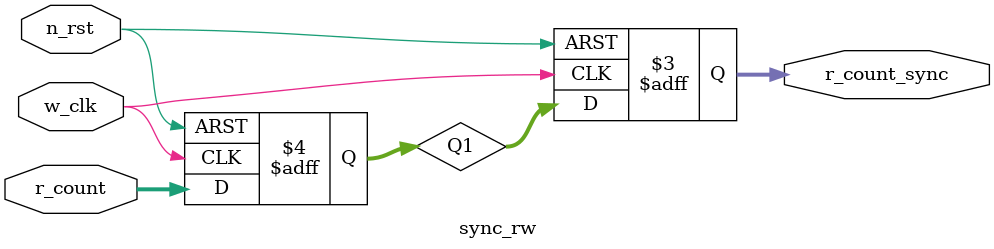
<source format=sv>
module sync_rw
(
	input wire w_clk,
	input wire n_rst,
	input wire [7:0] r_count,
	output reg [7:0] r_count_sync
);

reg [7:0] Q1;

always_ff @ (posedge w_clk, negedge n_rst) begin
	if(n_rst == 0) begin
		Q1 <= 0;
		r_count_sync <= 0;
	end
	else begin
		Q1 <= r_count;
		r_count_sync <= Q1;
	end
end
endmodule

</source>
